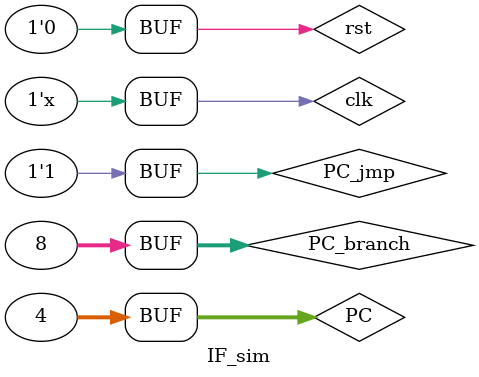
<source format=v>
`timescale 1ns / 1ps


module IF_sim(

    );
    
    // input
    reg                 clk = 1'b0;
    reg                 rst = 1'b0;
    reg     [31:0]      PC = 32'd4;
    reg                 PC_jmp = 1'b0;
    reg     [31:0]      PC_branch = 32'd8;      // the 3rd instruction
    
    // output
    wire     [31:0]      PC_plus4;
    wire     [31:0]      next_PC;
    wire     [31:0]      instruction;
    
    IF if_unit(
        .clk(clk),
        .rst(rst),
        .PC(PC),
        .PC_jmp(PC_jmp),
        .PC_branch(PC_branch),
        .PC_plus4(PC_plus4),
        .next_PC(next_PC),
        .instruction(instruction)
    );

    initial begin
        #100   rst = 1'b0;  
        #100   PC_jmp = 1'b1;        
    end
    always #50 clk = ~clk;
    
endmodule

</source>
